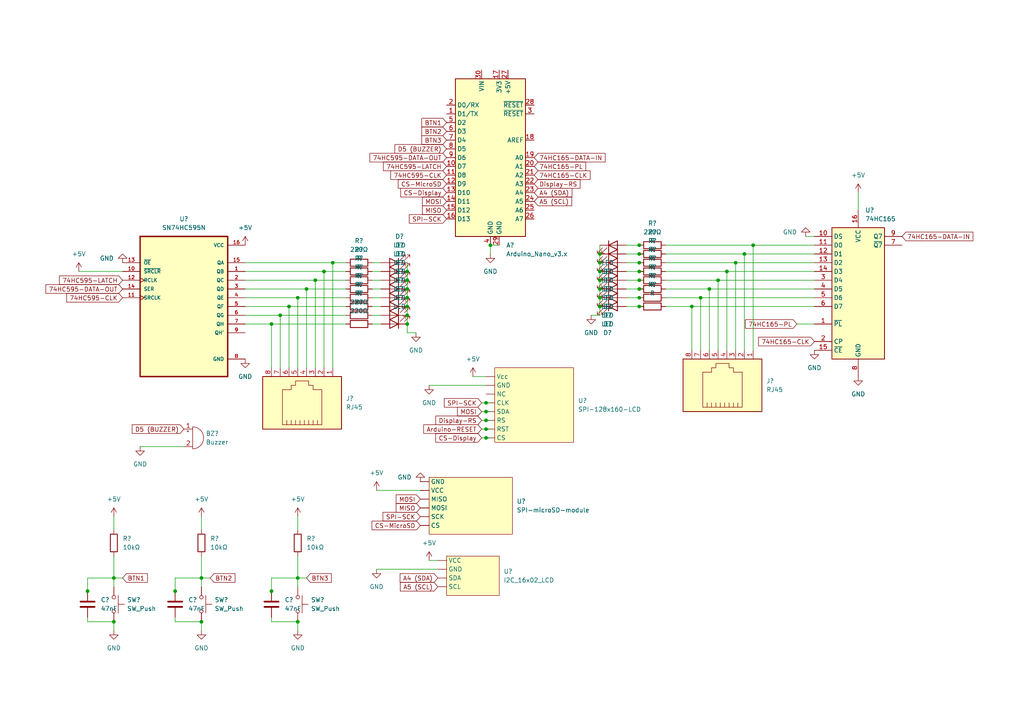
<source format=kicad_sch>
(kicad_sch (version 20211123) (generator eeschema)
  (paper "A4")
  (title_block (title "RJ-45 Tester (by Trifan Bogdan-Cristian)"))
  (lib_symbols
    (symbol "74xx:74HC165"
      (property "Reference" "U" (at -7.62 19.05 0))
      (property "Value" "74HC165" (at -7.62 -21.59 0))
      (symbol "74HC165_1_0"
        (pin input line (at -12.7 -10.16 0) (length 5.08) (name "~{PL}") (number "1"))
        (pin input line (at -12.7 15.24 0) (length 5.08) (name "DS") (number "10"))
        (pin input line (at -12.7 12.7 0) (length 5.08) (name "D0") (number "11"))
        (pin input line (at -12.7 10.16 0) (length 5.08) (name "D1") (number "12"))
        (pin input line (at -12.7 7.62 0) (length 5.08) (name "D2") (number "13"))
        (pin input line (at -12.7 5.08 0) (length 5.08) (name "D3") (number "14"))
        (pin input line (at -12.7 -17.78 0) (length 5.08) (name "~{CE}") (number "15"))
        (pin power_in line (at 0 22.86 270) (length 5.08) (name "VCC") (number "16"))
        (pin input line (at -12.7 -15.24 0) (length 5.08) (name "CP") (number "2"))
        (pin input line (at -12.7 2.54 0) (length 5.08) (name "D4") (number "3"))
        (pin input line (at -12.7 0 0) (length 5.08) (name "D5") (number "4"))
        (pin input line (at -12.7 -2.54 0) (length 5.08) (name "D6") (number "5"))
        (pin input line (at -12.7 -5.08 0) (length 5.08) (name "D7") (number "6"))
        (pin output line (at 12.7 12.7 180) (length 5.08) (name "~{Q7}") (number "7"))
        (pin power_in line (at 0 -25.4 90) (length 5.08) (name "GND") (number "8"))
        (pin output line (at 12.7 15.24 180) (length 5.08) (name "Q7") (number "9"))
      )
      (symbol "74HC165_1_1"
        (rectangle (start -7.62 17.78) (end 7.62 -20.32) (stroke (width 0.254)) (fill (type background)))
      )
    )
    (symbol "Connector:RJ45" (pin_names (offset 1.016))
      (property "Reference" "J" (at -5.08 13.97 0))
      (property "Value" "RJ45" (at 2.54 13.97 0))
      (symbol "RJ45_0_1"
        (polyline (pts (xy -5.08 4.445) (xy -6.35 4.445)))
        (polyline (pts (xy -5.08 5.715) (xy -6.35 5.715)))
        (polyline (pts (xy -6.35 -3.175) (xy -5.08 -3.175) (xy -5.08 -3.175)))
        (polyline (pts (xy -6.35 -1.905) (xy -5.08 -1.905) (xy -5.08 -1.905)))
        (polyline (pts (xy -6.35 -0.635) (xy -5.08 -0.635) (xy -5.08 -0.635)))
        (polyline (pts (xy -6.35 0.635) (xy -5.08 0.635) (xy -5.08 0.635)))
        (polyline (pts (xy -6.35 1.905) (xy -5.08 1.905) (xy -5.08 1.905)))
        (polyline (pts (xy -5.08 3.175) (xy -6.35 3.175) (xy -6.35 3.175)))
        (polyline (pts (xy -6.35 -4.445) (xy -6.35 6.985) (xy 3.81 6.985) (xy 3.81 4.445) (xy 5.08 4.445) (xy 5.08 3.175) (xy 6.35 3.175) (xy 6.35 -0.635) (xy 5.08 -0.635) (xy 5.08 -1.905) (xy 3.81 -1.905) (xy 3.81 -4.445) (xy -6.35 -4.445) (xy -6.35 -4.445)))
        (rectangle (start 7.62 12.7) (end -7.62 -10.16) (stroke (width 0.254)) (fill (type background)))
      )
      (symbol "RJ45_1_1"
        (pin passive line (at 10.16 -7.62 180) (length 2.54) (name "~") (number "1"))
        (pin passive line (at 10.16 -5.08 180) (length 2.54) (name "~") (number "2"))
        (pin passive line (at 10.16 -2.54 180) (length 2.54) (name "~") (number "3"))
        (pin passive line (at 10.16 0 180) (length 2.54) (name "~") (number "4"))
        (pin passive line (at 10.16 2.54 180) (length 2.54) (name "~") (number "5"))
        (pin passive line (at 10.16 5.08 180) (length 2.54) (name "~") (number "6"))
        (pin passive line (at 10.16 7.62 180) (length 2.54) (name "~") (number "7"))
        (pin passive line (at 10.16 10.16 180) (length 2.54) (name "~") (number "8"))
      )
    )
    (symbol "Device:Buzzer" (pin_names (offset 0.0254) hide)
      (property "Reference" "BZ" (at 3.81 1.27 0))
      (property "Value" "Buzzer" (at 3.81 -1.27 0))
      (symbol "Buzzer_0_1"
        (arc (start 0 -3.175) (mid 3.175 0) (end 0 3.175))
        (polyline (pts (xy -1.651 1.905) (xy -1.143 1.905)))
        (polyline (pts (xy -1.397 2.159) (xy -1.397 1.651)))
        (polyline (pts (xy 0 3.175) (xy 0 -3.175)))
      )
      (symbol "Buzzer_1_1"
        (pin passive line (at -2.54 2.54 0) (length 2.54) (name "-") (number "1"))
        (pin passive line (at -2.54 -2.54 0) (length 2.54) (name "+") (number "2"))
      )
    )
    (symbol "Device:C" (pin_numbers hide) (pin_names (offset 0.254))
      (property "Reference" "C" (at 0.635 2.54 0))
      (property "Value" "C" (at 0.635 -2.54 0))
      (symbol "C_0_1"
        (polyline (pts (xy -2.032 -0.762) (xy 2.032 -0.762)) (stroke (width 0.508)))
        (polyline (pts (xy -2.032 0.762) (xy 2.032 0.762)) (stroke (width 0.508)))
      )
      (symbol "C_1_1"
        (pin passive line (at 0 3.81 270) (length 2.794) (name "~") (number "1"))
        (pin passive line (at 0 -3.81 90) (length 2.794) (name "~") (number "2"))
      )
    )
    (symbol "Device:LED" (pin_numbers hide) (pin_names (offset 1.016) hide)
      (property "Reference" "D" (at 0 2.54 0))
      (property "Value" "LED" (at 0 -2.54 0))
      (symbol "LED_0_1"
        (polyline (pts (xy -1.27 -1.27) (xy -1.27 1.27)) (stroke (width 0.254)))
        (polyline (pts (xy -1.27 0) (xy 1.27 0)))
        (polyline (pts (xy 1.27 -1.27) (xy 1.27 1.27) (xy -1.27 0) (xy 1.27 -1.27)) (stroke (width 0.254)))
        (polyline (pts (xy -3.048 -0.762) (xy -4.572 -2.286) (xy -3.81 -2.286) (xy -4.572 -2.286) (xy -4.572 -1.524)))
        (polyline (pts (xy -1.778 -0.762) (xy -3.302 -2.286) (xy -2.54 -2.286) (xy -3.302 -2.286) (xy -3.302 -1.524)))
      )
      (symbol "LED_1_1"
        (pin passive line (at -3.81 0 0) (length 2.54) (name "K") (number "1"))
        (pin passive line (at 3.81 0 180) (length 2.54) (name "A") (number "2"))
      )
    )
    (symbol "Device:R" (pin_numbers hide) (pin_names (offset 0))
      (property "Reference" "R" (at 2.032 0 90))
      (property "Value" "R" (at 0 0 90))
      (symbol "R_0_1"
        (rectangle (start -1.016 -2.54) (end 1.016 2.54) (stroke (width 0.254)))
      )
      (symbol "R_1_1"
        (pin passive line (at 0 3.81 270) (length 1.27) (name "~") (number "1"))
        (pin passive line (at 0 -3.81 90) (length 1.27) (name "~") (number "2"))
      )
    )
    (symbol "MCU_Module:Arduino_Nano_v3.x"
      (property "Reference" "A" (at -10.16 23.495 0))
      (property "Value" "Arduino_Nano_v3.x" (at 5.08 -24.13 0))
      (symbol "Arduino_Nano_v3.x_0_1"
        (rectangle (start -10.16 22.86) (end 10.16 -22.86) (stroke (width 0.254)) (fill (type background)))
      )
      (symbol "Arduino_Nano_v3.x_1_1"
        (pin bidirectional line (at -12.7 12.7 0) (length 2.54) (name "D1/TX") (number "1"))
        (pin bidirectional line (at -12.7 -2.54 0) (length 2.54) (name "D7") (number "10"))
        (pin bidirectional line (at -12.7 -5.08 0) (length 2.54) (name "D8") (number "11"))
        (pin bidirectional line (at -12.7 -7.62 0) (length 2.54) (name "D9") (number "12"))
        (pin bidirectional line (at -12.7 -10.16 0) (length 2.54) (name "D10") (number "13"))
        (pin bidirectional line (at -12.7 -12.7 0) (length 2.54) (name "D11") (number "14"))
        (pin bidirectional line (at -12.7 -15.24 0) (length 2.54) (name "D12") (number "15"))
        (pin bidirectional line (at -12.7 -17.78 0) (length 2.54) (name "D13") (number "16"))
        (pin power_out line (at 2.54 25.4 270) (length 2.54) (name "3V3") (number "17"))
        (pin input line (at 12.7 5.08 180) (length 2.54) (name "AREF") (number "18"))
        (pin bidirectional line (at 12.7 0 180) (length 2.54) (name "A0") (number "19"))
        (pin bidirectional line (at -12.7 15.24 0) (length 2.54) (name "D0/RX") (number "2"))
        (pin bidirectional line (at 12.7 -2.54 180) (length 2.54) (name "A1") (number "20"))
        (pin bidirectional line (at 12.7 -5.08 180) (length 2.54) (name "A2") (number "21"))
        (pin bidirectional line (at 12.7 -7.62 180) (length 2.54) (name "A3") (number "22"))
        (pin bidirectional line (at 12.7 -10.16 180) (length 2.54) (name "A4") (number "23"))
        (pin bidirectional line (at 12.7 -12.7 180) (length 2.54) (name "A5") (number "24"))
        (pin bidirectional line (at 12.7 -15.24 180) (length 2.54) (name "A6") (number "25"))
        (pin bidirectional line (at 12.7 -17.78 180) (length 2.54) (name "A7") (number "26"))
        (pin power_out line (at 5.08 25.4 270) (length 2.54) (name "+5V") (number "27"))
        (pin input line (at 12.7 15.24 180) (length 2.54) (name "~{RESET}") (number "28"))
        (pin power_in line (at 2.54 -25.4 90) (length 2.54) (name "GND") (number "29"))
        (pin input line (at 12.7 12.7 180) (length 2.54) (name "~{RESET}") (number "3"))
        (pin power_in line (at -2.54 25.4 270) (length 2.54) (name "VIN") (number "30"))
        (pin power_in line (at 0 -25.4 90) (length 2.54) (name "GND") (number "4"))
        (pin bidirectional line (at -12.7 10.16 0) (length 2.54) (name "D2") (number "5"))
        (pin bidirectional line (at -12.7 7.62 0) (length 2.54) (name "D3") (number "6"))
        (pin bidirectional line (at -12.7 5.08 0) (length 2.54) (name "D4") (number "7"))
        (pin bidirectional line (at -12.7 2.54 0) (length 2.54) (name "D5") (number "8"))
        (pin bidirectional line (at -12.7 0 0) (length 2.54) (name "D6") (number "9"))
      )
    )
    (symbol "SN74HC595N:SN74HC595N" (pin_names (offset 1.016))
      (property "Reference" "U" (at -12.7 21.32 0))
      (property "Value" "SN74HC595N" (at -12.7 -24.32 0))
      (symbol "SN74HC595N_0_0"
        (rectangle (start -12.7 -20.32) (end 12.7 20.32) (stroke (width 0.41)) (fill (type background)))
        (pin output line (at 17.78 10.16 180) (length 5.08) (name "QB") (number "1"))
        (pin input line (at -17.78 10.16 0) (length 5.08) (name "~{SRCLR}") (number "10"))
        (pin input clock (at -17.78 2.54 0) (length 5.08) (name "SRCLK") (number "11"))
        (pin input clock (at -17.78 7.62 0) (length 5.08) (name "RCLK") (number "12"))
        (pin input line (at -17.78 12.7 0) (length 5.08) (name "~{OE}") (number "13"))
        (pin input line (at -17.78 5.08 0) (length 5.08) (name "SER") (number "14"))
        (pin output line (at 17.78 12.7 180) (length 5.08) (name "QA") (number "15"))
        (pin power_in line (at 17.78 17.78 180) (length 5.08) (name "VCC") (number "16"))
        (pin output line (at 17.78 7.62 180) (length 5.08) (name "QC") (number "2"))
        (pin output line (at 17.78 5.08 180) (length 5.08) (name "QD") (number "3"))
        (pin output line (at 17.78 2.54 180) (length 5.08) (name "QE") (number "4"))
        (pin output line (at 17.78 0 180) (length 5.08) (name "QF") (number "5"))
        (pin output line (at 17.78 -2.54 180) (length 5.08) (name "QG") (number "6"))
        (pin output line (at 17.78 -5.08 180) (length 5.08) (name "QH") (number "7"))
        (pin power_in line (at 17.78 -15.24 180) (length 5.08) (name "GND") (number "8"))
        (pin output line (at 17.78 -7.62 180) (length 5.08) (name "QH'") (number "9"))
      )
    )
    (symbol "Switch:SW_Push" (pin_numbers hide) (pin_names (offset 1.016) hide)
      (property "Reference" "SW" (at 1.27 2.54 0))
      (property "Value" "SW_Push" (at 0 -1.524 0))
      (symbol "SW_Push_0_1"
        (circle (center -2.032 0) (radius 0.508))
        (polyline (pts (xy 0 1.27) (xy 0 3.048)))
        (polyline (pts (xy 2.54 1.27) (xy -2.54 1.27)))
        (circle (center 2.032 0) (radius 0.508))
        (pin passive line (at -5.08 0 0) (length 2.54) (name "1") (number "1"))
        (pin passive line (at 5.08 0 180) (length 2.54) (name "2") (number "2"))
      )
    )
    (symbol "custom-parts:I2C_16x02_LCD"
      (property "Reference" "U" (at 0 0 0))
      (property "Value" "I2C_16x02_LCD" (at 0 0 0))
      (symbol "I2C_16x02_LCD_0_1"
        (rectangle (start -7.62 -1.27) (end 7.62 -12.7) (fill (type background)))
      )
      (symbol "I2C_16x02_LCD_1_1"
        (pin input line (at -10.16 -5.08 0) (length 2.54) (name "GND") (number ""))
        (pin input line (at -10.16 -10.16 0) (length 2.54) (name "SCL") (number ""))
        (pin input line (at -10.16 -7.62 0) (length 2.54) (name "SDA") (number ""))
        (pin input line (at -10.16 -2.54 0) (length 2.54) (name "VCC") (number ""))
      )
    )
    (symbol "custom-parts:SPI-128x160-LCD"
      (property "Reference" "U" (at 0 13.97 0))
      (property "Value" "SPI-128x160-LCD" (at 0 13.97 0))
      (symbol "SPI-128x160-LCD_0_1"
        (rectangle (start -11.43 12.7) (end 11.43 -8.89) (fill (type background)))
      )
      (symbol "SPI-128x160-LCD_1_1"
        (pin input line (at -13.97 2.54 0) (length 2.54) (name "CLK") (number ""))
        (pin input line (at -13.97 -7.62 0) (length 2.54) (name "CS") (number ""))
        (pin input line (at -13.97 7.62 0) (length 2.54) (name "GND") (number ""))
        (pin input line (at -13.97 5.08 0) (length 2.54) (name "NC") (number ""))
        (pin input line (at -13.97 -2.54 0) (length 2.54) (name "RS") (number ""))
        (pin input line (at -13.97 -5.08 0) (length 2.54) (name "RST") (number ""))
        (pin input line (at -13.97 0 0) (length 2.54) (name "SDA") (number ""))
        (pin input line (at -13.97 10.16 0) (length 2.54) (name "Vcc") (number ""))
      )
    )
    (symbol "custom-parts:SPI-microSD-module"
      (property "Reference" "U" (at 0 0 0))
      (property "Value" "SPI-microSD-module" (at 0 0 0))
      (symbol "SPI-microSD-module_0_1"
        (rectangle (start -11.43 -1.27) (end 12.7 -17.78) (fill (type background)))
      )
      (symbol "SPI-microSD-module_1_1"
        (pin input line (at -13.97 -15.24 0) (length 2.54) (name "CS") (number ""))
        (pin input line (at -13.97 -2.54 0) (length 2.54) (name "GND") (number ""))
        (pin input line (at -13.97 -7.62 0) (length 2.54) (name "MISO") (number ""))
        (pin input line (at -13.97 -10.16 0) (length 2.54) (name "MOSI") (number ""))
        (pin input line (at -13.97 -12.7 0) (length 2.54) (name "SCK") (number ""))
        (pin input line (at -13.97 -5.08 0) (length 2.54) (name "VCC") (number ""))
      )
    )
    (symbol "power:+5V" (power) (pin_names (offset 0))
      (property "Value" "+5V" (at 0 3.556 0))
      (symbol "+5V_0_1"
        (polyline (pts (xy -0.762 1.27) (xy 0 2.54)))
        (polyline (pts (xy 0 0) (xy 0 2.54)))
        (polyline (pts (xy 0 2.54) (xy 0.762 1.27)))
      )
      (symbol "+5V_1_1"
        (pin power_in line (at 0 0 90) (length 0) hide (name "+5V") (number "1"))
      )
    )
    (symbol "power:GND" (power) (pin_names (offset 0))
      (property "Value" "GND" (at 0 -3.81 0))
      (symbol "GND_0_1"
        (polyline (pts (xy 0 0) (xy 0 -1.27) (xy 1.27 -1.27) (xy 0 -2.54) (xy -1.27 -1.27) (xy 0 -1.27)))
      )
      (symbol "GND_1_1"
        (pin power_in line (at 0 0 270) (length 0) hide (name "GND") (number "1"))
      )
    )
  )
  (junction (at 118.11 91.44))
  (junction (at 208.28 81.28))
  (junction (at 215.9 73.66))
  (junction (at 185.42 73.66))
  (junction (at 173.99 83.82))
  (junction (at 140.97 119.38))
  (junction (at 118.11 78.74))
  (junction (at 173.99 88.9))
  (junction (at 81.28 91.44))
  (junction (at 205.74 83.82))
  (junction (at 88.9 83.82))
  (junction (at 185.42 81.28))
  (junction (at 218.44 71.12))
  (junction (at 185.42 78.74))
  (junction (at 83.82 88.9))
  (junction (at 173.99 81.28))
  (junction (at 96.52 76.2))
  (junction (at 118.11 86.36))
  (junction (at 140.97 127))
  (junction (at 86.36 86.36))
  (junction (at 210.82 78.74))
  (junction (at 185.42 88.9))
  (junction (at 185.42 86.36))
  (junction (at 140.97 121.92))
  (junction (at 118.11 81.28))
  (junction (at 185.42 71.12))
  (junction (at 93.98 78.74))
  (junction (at 185.42 83.82))
  (junction (at 58.42 180.34))
  (junction (at 200.66 88.9))
  (junction (at 118.11 83.82))
  (junction (at 142.24 71.12))
  (junction (at 78.74 171.45))
  (junction (at 173.99 86.36))
  (junction (at 86.36 167.64))
  (junction (at 185.42 76.2))
  (junction (at 173.99 76.2))
  (junction (at 173.99 73.66))
  (junction (at 58.42 167.64))
  (junction (at 173.99 78.74))
  (junction (at 140.97 124.46))
  (junction (at 91.44 81.28))
  (junction (at 118.11 88.9))
  (junction (at 25.4 171.45))
  (junction (at 213.36 76.2))
  (junction (at 33.02 167.64))
  (junction (at 33.02 180.34))
  (junction (at 118.11 93.98))
  (junction (at 78.74 93.98))
  (junction (at 140.97 116.84))
  (junction (at 50.8 171.45))
  (junction (at 86.36 180.34))
  (junction (at 203.2 86.36))
  (wire (pts (xy 181.61 73.66) (xy 185.42 73.66)))
  (wire (pts (xy 40.64 129.54) (xy 53.34 129.54)))
  (wire (pts (xy 50.8 171.45) (xy 50.8 167.64)))
  (wire (pts (xy 107.95 91.44) (xy 110.49 91.44)))
  (wire (pts (xy 58.42 167.64) (xy 60.96 167.64)))
  (wire (pts (xy 107.95 76.2) (xy 110.49 76.2)))
  (wire (pts (xy 140.97 127) (xy 142.24 127)))
  (wire (pts (xy 124.46 162.56) (xy 127 162.56)))
  (wire (pts (xy 139.7 119.38) (xy 140.97 119.38)))
  (wire (pts (xy 215.9 73.66) (xy 236.22 73.66)))
  (wire (pts (xy 193.04 73.66) (xy 215.9 73.66)))
  (wire (pts (xy 144.78 71.12) (xy 142.24 71.12)))
  (wire (pts (xy 86.36 167.64) (xy 88.9 167.64)))
  (wire (pts (xy 91.44 81.28) (xy 100.33 81.28)))
  (wire (pts (xy 185.42 88.9) (xy 186.69 88.9)))
  (wire (pts (xy 181.61 86.36) (xy 185.42 86.36)))
  (wire (pts (xy 86.36 153.67) (xy 86.36 149.86)))
  (wire (pts (xy 91.44 81.28) (xy 91.44 106.68)))
  (wire (pts (xy 173.99 91.44) (xy 171.45 91.44)))
  (wire (pts (xy 203.2 86.36) (xy 203.2 101.6)))
  (wire (pts (xy 215.9 101.6) (xy 215.9 73.66)))
  (wire (pts (xy 107.95 81.28) (xy 110.49 81.28)))
  (wire (pts (xy 107.95 78.74) (xy 110.49 78.74)))
  (wire (pts (xy 78.74 93.98) (xy 78.74 106.68)))
  (wire (pts (xy 58.42 153.67) (xy 58.42 149.86)))
  (wire (pts (xy 118.11 96.52) (xy 120.65 96.52)))
  (wire (pts (xy 236.22 88.9) (xy 200.66 88.9)))
  (wire (pts (xy 86.36 167.64) (xy 86.36 170.18)))
  (wire (pts (xy 236.22 83.82) (xy 205.74 83.82)))
  (wire (pts (xy 50.8 172.72) (xy 50.8 171.45)))
  (wire (pts (xy 107.95 88.9) (xy 110.49 88.9)))
  (wire (pts (xy 83.82 88.9) (xy 100.33 88.9)))
  (wire (pts (xy 33.02 161.29) (xy 33.02 167.64)))
  (wire (pts (xy 173.99 76.2) (xy 173.99 78.74)))
  (wire (pts (xy 208.28 81.28) (xy 208.28 101.6)))
  (wire (pts (xy 33.02 153.67) (xy 33.02 149.86)))
  (wire (pts (xy 96.52 76.2) (xy 100.33 76.2)))
  (wire (pts (xy 86.36 161.29) (xy 86.36 167.64)))
  (wire (pts (xy 118.11 76.2) (xy 118.11 78.74)))
  (wire (pts (xy 93.98 78.74) (xy 93.98 106.68)))
  (wire (pts (xy 185.42 76.2) (xy 186.69 76.2)))
  (wire (pts (xy 140.97 124.46) (xy 142.24 124.46)))
  (wire (pts (xy 236.22 76.2) (xy 213.36 76.2)))
  (wire (pts (xy 118.11 78.74) (xy 118.11 81.28)))
  (wire (pts (xy 71.12 76.2) (xy 96.52 76.2)))
  (wire (pts (xy 109.22 165.1) (xy 127 165.1)))
  (wire (pts (xy 50.8 179.07) (xy 50.8 180.34)))
  (wire (pts (xy 81.28 91.44) (xy 100.33 91.44)))
  (wire (pts (xy 210.82 78.74) (xy 236.22 78.74)))
  (wire (pts (xy 22.86 78.74) (xy 35.56 78.74)))
  (wire (pts (xy 109.22 142.24) (xy 121.92 142.24)))
  (wire (pts (xy 173.99 88.9) (xy 173.99 91.44)))
  (wire (pts (xy 25.4 167.64) (xy 33.02 167.64)))
  (wire (pts (xy 233.68 68.58) (xy 236.22 68.58)))
  (wire (pts (xy 107.95 86.36) (xy 110.49 86.36)))
  (wire (pts (xy 231.14 93.98) (xy 236.22 93.98)))
  (wire (pts (xy 58.42 161.29) (xy 58.42 167.64)))
  (wire (pts (xy 33.02 167.64) (xy 33.02 170.18)))
  (wire (pts (xy 181.61 88.9) (xy 185.42 88.9)))
  (wire (pts (xy 181.61 83.82) (xy 185.42 83.82)))
  (wire (pts (xy 248.92 55.88) (xy 248.92 60.96)))
  (wire (pts (xy 140.97 119.38) (xy 142.24 119.38)))
  (wire (pts (xy 205.74 83.82) (xy 193.04 83.82)))
  (wire (pts (xy 213.36 76.2) (xy 213.36 101.6)))
  (wire (pts (xy 25.4 180.34) (xy 33.02 180.34)))
  (wire (pts (xy 139.7 116.84) (xy 140.97 116.84)))
  (wire (pts (xy 185.42 86.36) (xy 186.69 86.36)))
  (wire (pts (xy 140.97 116.84) (xy 142.24 116.84)))
  (wire (pts (xy 71.12 78.74) (xy 93.98 78.74)))
  (wire (pts (xy 71.12 86.36) (xy 86.36 86.36)))
  (wire (pts (xy 137.16 109.22) (xy 140.97 109.22)))
  (wire (pts (xy 173.99 73.66) (xy 173.99 76.2)))
  (wire (pts (xy 25.4 179.07) (xy 25.4 180.34)))
  (wire (pts (xy 185.42 78.74) (xy 186.69 78.74)))
  (wire (pts (xy 78.74 93.98) (xy 100.33 93.98)))
  (wire (pts (xy 181.61 71.12) (xy 185.42 71.12)))
  (wire (pts (xy 88.9 83.82) (xy 88.9 106.68)))
  (wire (pts (xy 71.12 81.28) (xy 91.44 81.28)))
  (wire (pts (xy 181.61 81.28) (xy 185.42 81.28)))
  (wire (pts (xy 107.95 83.82) (xy 110.49 83.82)))
  (wire (pts (xy 58.42 182.88) (xy 58.42 180.34)))
  (wire (pts (xy 203.2 86.36) (xy 236.22 86.36)))
  (wire (pts (xy 173.99 86.36) (xy 173.99 88.9)))
  (wire (pts (xy 86.36 86.36) (xy 100.33 86.36)))
  (wire (pts (xy 213.36 76.2) (xy 193.04 76.2)))
  (wire (pts (xy 33.02 167.64) (xy 35.56 167.64)))
  (wire (pts (xy 218.44 71.12) (xy 193.04 71.12)))
  (wire (pts (xy 58.42 167.64) (xy 58.42 170.18)))
  (wire (pts (xy 139.7 124.46) (xy 140.97 124.46)))
  (wire (pts (xy 78.74 172.72) (xy 78.74 171.45)))
  (wire (pts (xy 185.42 71.12) (xy 186.69 71.12)))
  (wire (pts (xy 71.12 91.44) (xy 81.28 91.44)))
  (wire (pts (xy 173.99 78.74) (xy 173.99 81.28)))
  (wire (pts (xy 96.52 76.2) (xy 96.52 106.68)))
  (wire (pts (xy 185.42 73.66) (xy 186.69 73.66)))
  (wire (pts (xy 200.66 88.9) (xy 200.66 101.6)))
  (wire (pts (xy 193.04 86.36) (xy 203.2 86.36)))
  (wire (pts (xy 78.74 179.07) (xy 78.74 180.34)))
  (wire (pts (xy 185.42 81.28) (xy 186.69 81.28)))
  (wire (pts (xy 218.44 71.12) (xy 218.44 101.6)))
  (wire (pts (xy 25.4 171.45) (xy 25.4 167.64)))
  (wire (pts (xy 107.95 93.98) (xy 110.49 93.98)))
  (wire (pts (xy 181.61 78.74) (xy 185.42 78.74)))
  (wire (pts (xy 88.9 83.82) (xy 100.33 83.82)))
  (wire (pts (xy 208.28 81.28) (xy 193.04 81.28)))
  (wire (pts (xy 86.36 86.36) (xy 86.36 106.68)))
  (wire (pts (xy 118.11 81.28) (xy 118.11 83.82)))
  (wire (pts (xy 139.7 121.92) (xy 140.97 121.92)))
  (wire (pts (xy 118.11 91.44) (xy 118.11 93.98)))
  (wire (pts (xy 33.02 182.88) (xy 33.02 180.34)))
  (wire (pts (xy 50.8 180.34) (xy 58.42 180.34)))
  (wire (pts (xy 25.4 172.72) (xy 25.4 171.45)))
  (wire (pts (xy 236.22 81.28) (xy 208.28 81.28)))
  (wire (pts (xy 210.82 101.6) (xy 210.82 78.74)))
  (wire (pts (xy 83.82 88.9) (xy 83.82 106.68)))
  (wire (pts (xy 193.04 78.74) (xy 210.82 78.74)))
  (wire (pts (xy 118.11 88.9) (xy 118.11 91.44)))
  (wire (pts (xy 78.74 167.64) (xy 86.36 167.64)))
  (wire (pts (xy 78.74 180.34) (xy 86.36 180.34)))
  (wire (pts (xy 205.74 83.82) (xy 205.74 101.6)))
  (wire (pts (xy 142.24 71.12) (xy 142.24 73.66)))
  (wire (pts (xy 173.99 83.82) (xy 173.99 86.36)))
  (wire (pts (xy 93.98 78.74) (xy 100.33 78.74)))
  (wire (pts (xy 50.8 167.64) (xy 58.42 167.64)))
  (wire (pts (xy 124.46 111.76) (xy 140.97 111.76)))
  (wire (pts (xy 139.7 127) (xy 140.97 127)))
  (wire (pts (xy 118.11 83.82) (xy 118.11 86.36)))
  (wire (pts (xy 200.66 88.9) (xy 193.04 88.9)))
  (wire (pts (xy 185.42 83.82) (xy 186.69 83.82)))
  (wire (pts (xy 81.28 91.44) (xy 81.28 106.68)))
  (wire (pts (xy 86.36 182.88) (xy 86.36 180.34)))
  (wire (pts (xy 118.11 93.98) (xy 118.11 96.52)))
  (wire (pts (xy 71.12 83.82) (xy 88.9 83.82)))
  (wire (pts (xy 78.74 171.45) (xy 78.74 167.64)))
  (wire (pts (xy 71.12 93.98) (xy 78.74 93.98)))
  (wire (pts (xy 173.99 71.12) (xy 173.99 73.66)))
  (wire (pts (xy 118.11 86.36) (xy 118.11 88.9)))
  (wire (pts (xy 173.99 81.28) (xy 173.99 83.82)))
  (wire (pts (xy 140.97 121.92) (xy 142.24 121.92)))
  (wire (pts (xy 181.61 76.2) (xy 185.42 76.2)))
  (wire (pts (xy 236.22 71.12) (xy 218.44 71.12)))
  (wire (pts (xy 71.12 88.9) (xy 83.82 88.9)))
  (global_label "CS-MicroSD" (shape input) (at 129.54 53.34 180) (property "Intersheet References" "${INTERSHEET_REFS}" (effects hide)))
  (global_label "74HC595-LATCH" (shape input) (at 35.56 81.28 180) (property "Intersheet References" "${INTERSHEET_REFS}" (effects hide)))
  (global_label "74HC165-PL" (shape input) (at 154.94 48.26 0) (property "Intersheet References" "${INTERSHEET_REFS}" (effects hide)))
  (global_label "SPI-SCK" (shape input) (at 139.7 116.84 180) (property "Intersheet References" "${INTERSHEET_REFS}" (effects hide)))
  (global_label "MISO" (shape input) (at 129.54 60.96 180) (property "Intersheet References" "${INTERSHEET_REFS}" (effects hide)))
  (global_label "MOSI" (shape input) (at 139.7 119.38 180) (property "Intersheet References" "${INTERSHEET_REFS}" (effects hide)))
  (global_label "74HC595-CLK" (shape input) (at 35.56 86.36 180) (property "Intersheet References" "${INTERSHEET_REFS}" (effects hide)))
  (global_label "Display-RS" (shape input) (at 154.94 53.34 0) (property "Intersheet References" "${INTERSHEET_REFS}" (effects hide)))
  (global_label "BTN1" (shape input) (at 129.54 35.56 180) (property "Intersheet References" "${INTERSHEET_REFS}" (effects hide)))
  (global_label "74HC165-CLK" (shape input) (at 154.94 50.8 0) (property "Intersheet References" "${INTERSHEET_REFS}" (effects hide)))
  (global_label "MOSI" (shape input) (at 129.54 58.42 180) (property "Intersheet References" "${INTERSHEET_REFS}" (effects hide)))
  (global_label "A5 (SCL)" (shape input) (at 154.94 58.42 0) (property "Intersheet References" "${INTERSHEET_REFS}" (effects hide)))
  (global_label "74HC595-CLK" (shape input) (at 129.54 50.8 180) (property "Intersheet References" "${INTERSHEET_REFS}" (effects hide)))
  (global_label "Arduino-RESET" (shape input) (at 139.7 124.46 180) (property "Intersheet References" "${INTERSHEET_REFS}" (effects hide)))
  (global_label "74HC165-DATA-IN" (shape input) (at 261.62 68.58 0) (property "Intersheet References" "${INTERSHEET_REFS}" (effects hide)))
  (global_label "SPI-SCK" (shape input) (at 129.54 63.5 180) (property "Intersheet References" "${INTERSHEET_REFS}" (effects hide)))
  (global_label "BTN3" (shape input) (at 129.54 40.64 180) (property "Intersheet References" "${INTERSHEET_REFS}" (effects hide)))
  (global_label "BTN3" (shape input) (at 88.9 167.64 0) (property "Intersheet References" "${INTERSHEET_REFS}" (effects hide)))
  (global_label "MOSI" (shape input) (at 121.92 144.78 180) (property "Intersheet References" "${INTERSHEET_REFS}" (effects hide)))
  (global_label "Display-RS" (shape input) (at 139.7 121.92 180) (property "Intersheet References" "${INTERSHEET_REFS}" (effects hide)))
  (global_label "A5 (SCL)" (shape input) (at 127 170.18 180) (property "Intersheet References" "${INTERSHEET_REFS}" (effects hide)))
  (global_label "SPI-SCK" (shape input) (at 121.92 149.86 180) (property "Intersheet References" "${INTERSHEET_REFS}" (effects hide)))
  (global_label "BTN1" (shape input) (at 35.56 167.64 0) (property "Intersheet References" "${INTERSHEET_REFS}" (effects hide)))
  (global_label "BTN2" (shape input) (at 60.96 167.64 0) (property "Intersheet References" "${INTERSHEET_REFS}" (effects hide)))
  (global_label "CS-Display" (shape input) (at 139.7 127 180) (property "Intersheet References" "${INTERSHEET_REFS}" (effects hide)))
  (global_label "74HC595-DATA-OUT" (shape input) (at 35.56 83.82 180) (property "Intersheet References" "${INTERSHEET_REFS}" (effects hide)))
  (global_label "74HC595-DATA-OUT" (shape input) (at 129.54 45.72 180) (property "Intersheet References" "${INTERSHEET_REFS}" (effects hide)))
  (global_label "BTN2" (shape input) (at 129.54 38.1 180) (property "Intersheet References" "${INTERSHEET_REFS}" (effects hide)))
  (global_label "MISO" (shape input) (at 121.92 147.32 180) (property "Intersheet References" "${INTERSHEET_REFS}" (effects hide)))
  (global_label "74HC165-PL" (shape input) (at 231.14 93.98 180) (property "Intersheet References" "${INTERSHEET_REFS}" (effects hide)))
  (global_label "74HC595-LATCH" (shape input) (at 129.54 48.26 180) (property "Intersheet References" "${INTERSHEET_REFS}" (effects hide)))
  (global_label "CS-Display" (shape input) (at 129.54 55.88 180) (property "Intersheet References" "${INTERSHEET_REFS}" (effects hide)))
  (global_label "A4 (SDA)" (shape input) (at 154.94 55.88 0) (property "Intersheet References" "${INTERSHEET_REFS}" (effects hide)))
  (global_label "D5 (BUZZER)" (shape input) (at 53.34 124.46 180) (property "Intersheet References" "${INTERSHEET_REFS}" (effects hide)))
  (global_label "CS-MicroSD" (shape input) (at 121.92 152.4 180) (property "Intersheet References" "${INTERSHEET_REFS}" (effects hide)))
  (global_label "74HC165-DATA-IN" (shape input) (at 154.94 45.72 0) (property "Intersheet References" "${INTERSHEET_REFS}" (effects hide)))
  (global_label "74HC165-CLK" (shape input) (at 236.22 99.06 180) (property "Intersheet References" "${INTERSHEET_REFS}" (effects hide)))
  (global_label "D5 (BUZZER)" (shape input) (at 129.54 43.18 180) (property "Intersheet References" "${INTERSHEET_REFS}" (effects hide)))
  (global_label "A4 (SDA)" (shape input) (at 127 167.64 180) (property "Intersheet References" "${INTERSHEET_REFS}" (effects hide)))
  (symbol (lib_id "Device:LED") (at 114.3 81.28 180) (unit 1)
    (property "Reference" "D?" (at 115.8875 73.66 0))
    (property "Value" "LED" (at 115.8875 76.2 0))
  )
  (symbol (lib_id "custom-parts:SPI-128x160-LCD") (at 154.94 119.38 0) (unit 1)
    (property "Reference" "U?" (at 167.64 116.2049 0) (effects (justify left)))
    (property "Value" "SPI-128x160-LCD" (at 167.64 118.7449 0) (effects (justify left)))
  )
  (symbol (lib_id "power:GND") (at 142.24 73.66 0) (unit 1)
    (property "Reference" "#PWR?" (effects hide))
    (property "Value" "GND" (at 142.24 78.74 0))
  )
  (symbol (lib_id "power:+5V") (at 58.42 149.86 0) (unit 1)
    (property "Reference" "#PWR?" (effects hide))
    (property "Value" "+5V" (at 58.42 144.78 0))
  )
  (symbol (lib_id "power:GND") (at 86.36 182.88 0) (unit 1)
    (property "Reference" "#PWR?" (effects hide))
    (property "Value" "GND" (at 86.36 187.96 0))
  )
  (symbol (lib_id "Device:R") (at 189.23 71.12 270) (unit 1)
    (property "Reference" "R?" (at 189.23 64.77 90))
    (property "Value" "220Ω" (at 189.23 67.31 90))
  )
  (symbol (lib_id "power:GND") (at 120.65 96.52 0) (unit 1)
    (property "Reference" "#PWR?" (effects hide))
    (property "Value" "GND" (at 120.65 101.6 0))
  )
  (symbol (lib_id "power:GND") (at 33.02 182.88 0) (unit 1)
    (property "Reference" "#PWR?" (effects hide))
    (property "Value" "GND" (at 33.02 187.96 0))
  )
  (symbol (lib_id "Device:C") (at 50.8 175.26 0) (unit 1)
    (property "Reference" "C?" (at 54.61 173.9899 0) (effects (justify left)))
    (property "Value" "47nF" (at 54.61 176.5299 0) (effects (justify left)))
  )
  (symbol (lib_id "Device:LED") (at 177.8 73.66 0) (unit 1)
    (property "Reference" "D?" (at 176.2125 81.28 0))
    (property "Value" "LED" (at 176.2125 78.74 0))
  )
  (symbol (lib_id "Device:R") (at 189.23 83.82 270) (unit 1)
    (property "Reference" "R?" (at 189.23 77.47 90))
    (property "Value" "R" (at 189.23 80.01 90))
  )
  (symbol (lib_id "Device:LED") (at 114.3 88.9 180) (unit 1)
    (property "Reference" "D?" (at 115.8875 81.28 0))
    (property "Value" "LED" (at 115.8875 83.82 0))
  )
  (symbol (lib_id "power:GND") (at 109.22 165.1 0) (unit 1)
    (property "Reference" "#PWR?" (effects hide))
    (property "Value" "GND" (at 109.22 170.18 0))
  )
  (symbol (lib_id "MCU_Module:Arduino_Nano_v3.x") (at 142.24 45.72 0) (unit 1)
    (property "Reference" "A?" (at 146.7994 71.12 0) (effects (justify left)))
    (property "Value" "Arduino_Nano_v3.x" (at 146.7994 73.66 0) (effects (justify left)))
    (property "Footprint" "Module:Arduino_Nano" (effects hide))
    (property "Datasheet" "http://www.mouser.com/pdfdocs/Gravitech_Arduino_Nano3_0.pdf" (effects hide))
  )
  (symbol (lib_id "power:GND") (at 248.92 109.22 0) (unit 1)
    (property "Reference" "#PWR?" (effects hide))
    (property "Value" "GND" (at 248.92 114.3 0))
  )
  (symbol (lib_id "power:+5V") (at 33.02 149.86 0) (unit 1)
    (property "Reference" "#PWR?" (effects hide))
    (property "Value" "+5V" (at 33.02 144.78 0))
  )
  (symbol (lib_id "Device:LED") (at 114.3 93.98 180) (unit 1)
    (property "Reference" "D?" (at 115.8875 86.36 0))
    (property "Value" "LED" (at 115.8875 88.9 0))
  )
  (symbol (lib_id "Device:R") (at 189.23 86.36 270) (unit 1)
    (property "Reference" "R?" (at 189.23 80.01 90))
    (property "Value" "R" (at 189.23 82.55 90))
  )
  (symbol (lib_id "power:+5V") (at 109.22 142.24 0) (unit 1)
    (property "Reference" "#PWR?" (effects hide))
    (property "Value" "+5V" (at 109.22 137.16 0))
  )
  (symbol (lib_id "Device:R") (at 104.14 93.98 270) (unit 1)
    (property "Reference" "R?" (at 104.14 87.63 90))
    (property "Value" "220Ω" (at 104.14 90.17 90))
  )
  (symbol (lib_id "Device:LED") (at 114.3 91.44 180) (unit 1)
    (property "Reference" "D?" (at 115.8875 83.82 0))
    (property "Value" "LED" (at 115.8875 86.36 0))
  )
  (symbol (lib_id "power:+5V") (at 22.86 78.74 0) (unit 1)
    (property "Reference" "#PWR?" (effects hide))
    (property "Value" "+5V" (at 22.86 73.66 0))
  )
  (symbol (lib_id "Device:LED") (at 177.8 71.12 0) (unit 1)
    (property "Reference" "D?" (at 176.2125 78.74 0))
    (property "Value" "LED" (at 176.2125 76.2 0))
  )
  (symbol (lib_id "Device:R") (at 104.14 83.82 270) (unit 1)
    (property "Reference" "R?" (at 104.14 77.47 90))
    (property "Value" "R" (at 104.14 80.01 90))
  )
  (symbol (lib_id "power:GND") (at 58.42 182.88 0) (unit 1)
    (property "Reference" "#PWR?" (effects hide))
    (property "Value" "GND" (at 58.42 187.96 0))
  )
  (symbol (lib_id "Device:Buzzer") (at 55.88 127 0) (unit 1)
    (property "Reference" "BZ?" (at 59.69 125.7299 0) (effects (justify left)))
    (property "Value" "Buzzer" (at 59.69 128.2699 0) (effects (justify left)))
  )
  (symbol (lib_id "power:GND") (at 71.12 104.14 0) (unit 1)
    (property "Reference" "#PWR?" (effects hide))
    (property "Value" "GND" (at 71.12 109.22 0))
  )
  (symbol (lib_id "Device:R") (at 104.14 76.2 270) (unit 1)
    (property "Reference" "R?" (at 104.14 69.85 90))
    (property "Value" "220Ω" (at 104.14 72.39 90))
  )
  (symbol (lib_id "power:GND") (at 171.45 91.44 0) (unit 1)
    (property "Reference" "#PWR?" (effects hide))
    (property "Value" "GND" (at 171.45 96.52 0))
  )
  (symbol (lib_id "Connector:RJ45") (at 88.9 116.84 90) (unit 1)
    (property "Reference" "J?" (at 100.33 115.5699 90) (effects (justify right)))
    (property "Value" "RJ45" (at 100.33 118.1099 90) (effects (justify right)))
  )
  (symbol (lib_id "Device:R") (at 189.23 73.66 270) (unit 1)
    (property "Reference" "R?" (at 189.23 67.31 90))
    (property "Value" "R" (at 189.23 69.85 90))
  )
  (symbol (lib_id "power:GND") (at 35.56 76.2 0) (mirror x) (unit 1)
    (property "Reference" "#PWR?" (effects hide))
    (property "Value" "GND" (at 33.02 74.9299 0) (effects (justify right)))
  )
  (symbol (lib_id "Device:LED") (at 177.8 88.9 0) (unit 1)
    (property "Reference" "D?" (at 176.2125 96.52 0))
    (property "Value" "LED" (at 176.2125 93.98 0))
  )
  (symbol (lib_id "SN74HC595N:SN74HC595N") (at 53.34 88.9 0) (unit 1)
    (property "Reference" "U?" (at 53.34 63.5 0))
    (property "Value" "SN74HC595N" (at 53.34 66.04 0))
    (property "Footprint" "SN74HC595N:DIP794W45P254L1969H508Q16" (effects hide))
    (property "MF" "Texas Instruments" (effects hide))
    (property "Description" "\n                        \n                            8-bit shift registers with 3-state output registers\n                        \n" (effects hide))
    (property "Package" "PDIP-16 Texas Instruments" (effects hide))
    (property "Price" "None" (effects hide))
    (property "SnapEDA_Link" "https://www.snapeda.com/parts/SN74HC595N/Texas+Instruments/view-part/?ref=snap" (effects hide))
    (property "MP" "SN74HC595N" (effects hide))
    (property "Availability" "In Stock" (effects hide))
    (property "Check_prices" "https://www.snapeda.com/parts/SN74HC595N/Texas+Instruments/view-part/?ref=eda" (effects hide))
  )
  (symbol (lib_id "Connector:RJ45") (at 210.82 111.76 90) (unit 1)
    (property "Reference" "J?" (at 222.25 110.4899 90) (effects (justify right)))
    (property "Value" "RJ45" (at 222.25 113.0299 90) (effects (justify right)))
  )
  (symbol (lib_id "Device:LED") (at 177.8 86.36 0) (unit 1)
    (property "Reference" "D?" (at 176.2125 93.98 0))
    (property "Value" "LED" (at 176.2125 91.44 0))
  )
  (symbol (lib_id "power:GND") (at 121.92 139.7 0) (mirror x) (unit 1)
    (property "Reference" "#PWR?" (effects hide))
    (property "Value" "GND" (at 119.38 138.4299 0) (effects (justify right)))
  )
  (symbol (lib_id "Switch:SW_Push") (at 58.42 175.26 270) (unit 1)
    (property "Reference" "SW?" (at 62.23 173.9899 90) (effects (justify left)))
    (property "Value" "SW_Push" (at 62.23 176.5299 90) (effects (justify left)))
  )
  (symbol (lib_id "Device:LED") (at 114.3 83.82 180) (unit 1)
    (property "Reference" "D?" (at 115.8875 76.2 0))
    (property "Value" "LED" (at 115.8875 78.74 0))
  )
  (symbol (lib_id "power:GND") (at 40.64 129.54 0) (unit 1)
    (property "Reference" "#PWR?" (effects hide))
    (property "Value" "GND" (at 40.64 134.62 0))
  )
  (symbol (lib_id "Device:R") (at 189.23 76.2 270) (unit 1)
    (property "Reference" "R?" (at 189.23 69.85 90))
    (property "Value" "R" (at 189.23 72.39 90))
  )
  (symbol (lib_id "Device:R") (at 104.14 88.9 270) (unit 1)
    (property "Reference" "R?" (at 104.14 82.55 90))
    (property "Value" "R" (at 104.14 85.09 90))
  )
  (symbol (lib_id "power:+5V") (at 137.16 109.22 0) (unit 1)
    (property "Reference" "#PWR?" (effects hide))
    (property "Value" "+5V" (at 137.16 104.14 0))
  )
  (symbol (lib_id "power:+5V") (at 124.46 162.56 0) (unit 1)
    (property "Reference" "#PWR?" (effects hide))
    (property "Value" "+5V" (at 124.46 157.48 0))
  )
  (symbol (lib_id "Device:LED") (at 177.8 78.74 0) (unit 1)
    (property "Reference" "D?" (at 176.2125 86.36 0))
    (property "Value" "LED" (at 176.2125 83.82 0))
  )
  (symbol (lib_id "Device:R") (at 189.23 81.28 270) (unit 1)
    (property "Reference" "R?" (at 189.23 74.93 90))
    (property "Value" "R" (at 189.23 77.47 90))
  )
  (symbol (lib_id "power:GND") (at 124.46 111.76 0) (unit 1)
    (property "Reference" "#PWR?" (effects hide))
    (property "Value" "GND" (at 124.46 116.84 0))
  )
  (symbol (lib_id "Device:LED") (at 177.8 83.82 0) (unit 1)
    (property "Reference" "D?" (at 176.2125 91.44 0))
    (property "Value" "LED" (at 176.2125 88.9 0))
  )
  (symbol (lib_id "power:GND") (at 236.22 101.6 0) (unit 1)
    (property "Reference" "#PWR?" (effects hide))
    (property "Value" "GND" (at 236.22 106.68 0))
  )
  (symbol (lib_id "Device:LED") (at 177.8 81.28 0) (unit 1)
    (property "Reference" "D?" (at 176.2125 88.9 0))
    (property "Value" "LED" (at 176.2125 86.36 0))
  )
  (symbol (lib_id "power:+5V") (at 71.12 71.12 0) (unit 1)
    (property "Reference" "#PWR?" (effects hide))
    (property "Value" "+5V" (at 71.12 66.04 0))
  )
  (symbol (lib_id "Device:R") (at 104.14 86.36 270) (unit 1)
    (property "Reference" "R?" (at 104.14 80.01 90))
    (property "Value" "R" (at 104.14 82.55 90))
  )
  (symbol (lib_id "Device:R") (at 33.02 157.48 0) (unit 1)
    (property "Reference" "R?" (at 35.56 156.2099 0) (effects (justify left)))
    (property "Value" "10kΩ" (at 35.56 158.7499 0) (effects (justify left)))
  )
  (symbol (lib_id "Device:R") (at 104.14 91.44 270) (unit 1)
    (property "Reference" "R?" (at 104.14 85.09 90))
    (property "Value" "220Ω" (at 104.14 87.63 90))
  )
  (symbol (lib_id "Device:R") (at 58.42 157.48 0) (unit 1)
    (property "Reference" "R?" (at 60.96 156.2099 0) (effects (justify left)))
    (property "Value" "10kΩ" (at 60.96 158.7499 0) (effects (justify left)))
  )
  (symbol (lib_id "Device:R") (at 189.23 78.74 270) (unit 1)
    (property "Reference" "R?" (at 189.23 72.39 90))
    (property "Value" "R" (at 189.23 74.93 90))
  )
  (symbol (lib_id "Device:R") (at 104.14 81.28 270) (unit 1)
    (property "Reference" "R?" (at 104.14 74.93 90))
    (property "Value" "R" (at 104.14 77.47 90))
  )
  (symbol (lib_id "Device:LED") (at 114.3 86.36 180) (unit 1)
    (property "Reference" "D?" (at 115.8875 78.74 0))
    (property "Value" "LED" (at 115.8875 81.28 0))
  )
  (symbol (lib_id "Device:R") (at 86.36 157.48 0) (unit 1)
    (property "Reference" "R?" (at 88.9 156.2099 0) (effects (justify left)))
    (property "Value" "10kΩ" (at 88.9 158.7499 0) (effects (justify left)))
  )
  (symbol (lib_id "custom-parts:SPI-microSD-module") (at 135.89 137.16 0) (unit 1)
    (property "Reference" "U?" (at 149.86 145.4149 0) (effects (justify left)))
    (property "Value" "SPI-microSD-module" (at 149.86 147.9549 0) (effects (justify left)))
  )
  (symbol (lib_id "Device:LED") (at 114.3 78.74 180) (unit 1)
    (property "Reference" "D?" (at 115.8875 71.12 0))
    (property "Value" "LED" (at 115.8875 73.66 0))
  )
  (symbol (lib_id "power:+5V") (at 86.36 149.86 0) (unit 1)
    (property "Reference" "#PWR?" (effects hide))
    (property "Value" "+5V" (at 86.36 144.78 0))
  )
  (symbol (lib_id "Device:R") (at 104.14 78.74 270) (unit 1)
    (property "Reference" "R?" (at 104.14 72.39 90))
    (property "Value" "R" (at 104.14 74.93 90))
  )
  (symbol (lib_id "Switch:SW_Push") (at 33.02 175.26 270) (unit 1)
    (property "Reference" "SW?" (at 36.83 173.9899 90) (effects (justify left)))
    (property "Value" "SW_Push" (at 36.83 176.5299 90) (effects (justify left)))
  )
  (symbol (lib_id "Device:LED") (at 177.8 76.2 0) (unit 1)
    (property "Reference" "D?" (at 176.2125 83.82 0))
    (property "Value" "LED" (at 176.2125 81.28 0))
  )
  (symbol (lib_id "Device:C") (at 25.4 175.26 0) (unit 1)
    (property "Reference" "C?" (at 29.21 173.9899 0) (effects (justify left)))
    (property "Value" "47nF" (at 29.21 176.5299 0) (effects (justify left)))
  )
  (symbol (lib_id "Device:R") (at 189.23 88.9 270) (unit 1)
    (property "Reference" "R?" (at 189.23 82.55 90))
    (property "Value" "R" (at 189.23 85.09 90))
  )
  (symbol (lib_id "Device:C") (at 78.74 175.26 0) (unit 1)
    (property "Reference" "C?" (at 82.55 173.9899 0) (effects (justify left)))
    (property "Value" "47nF" (at 82.55 176.5299 0) (effects (justify left)))
  )
  (symbol (lib_id "Device:LED") (at 114.3 76.2 180) (unit 1)
    (property "Reference" "D?" (at 115.8875 68.58 0))
    (property "Value" "LED" (at 115.8875 71.12 0))
  )
  (symbol (lib_id "custom-parts:I2C_16x02_LCD") (at 137.16 160.02 0) (unit 1)
    (property "Reference" "U?" (at 146.05 165.7349 0) (effects (justify left)))
    (property "Value" "I2C_16x02_LCD" (at 146.05 168.2749 0) (effects (justify left)))
  )
  (symbol (lib_id "power:+5V") (at 248.92 55.88 0) (unit 1)
    (property "Reference" "#PWR?" (effects hide))
    (property "Value" "+5V" (at 248.92 50.8 0))
  )
  (symbol (lib_id "Switch:SW_Push") (at 86.36 175.26 270) (unit 1)
    (property "Reference" "SW?" (at 90.17 173.9899 90) (effects (justify left)))
    (property "Value" "SW_Push" (at 90.17 176.5299 90) (effects (justify left)))
  )
  (symbol (lib_id "power:GND") (at 233.68 68.58 0) (mirror x) (unit 1)
    (property "Reference" "#PWR?" (effects hide))
    (property "Value" "GND" (at 231.14 67.3099 0) (effects (justify right)))
  )
  (symbol (lib_id "74xx:74HC165") (at 248.92 83.82 0) (unit 1)
    (property "Reference" "U?" (at 250.9394 60.96 0) (effects (justify left)))
    (property "Value" "74HC165" (at 250.9394 63.5 0) (effects (justify left)))
    (property "Datasheet" "https://assets.nexperia.com/documents/data-sheet/74HC_HCT165.pdf" (effects hide))
  )
)
</source>
